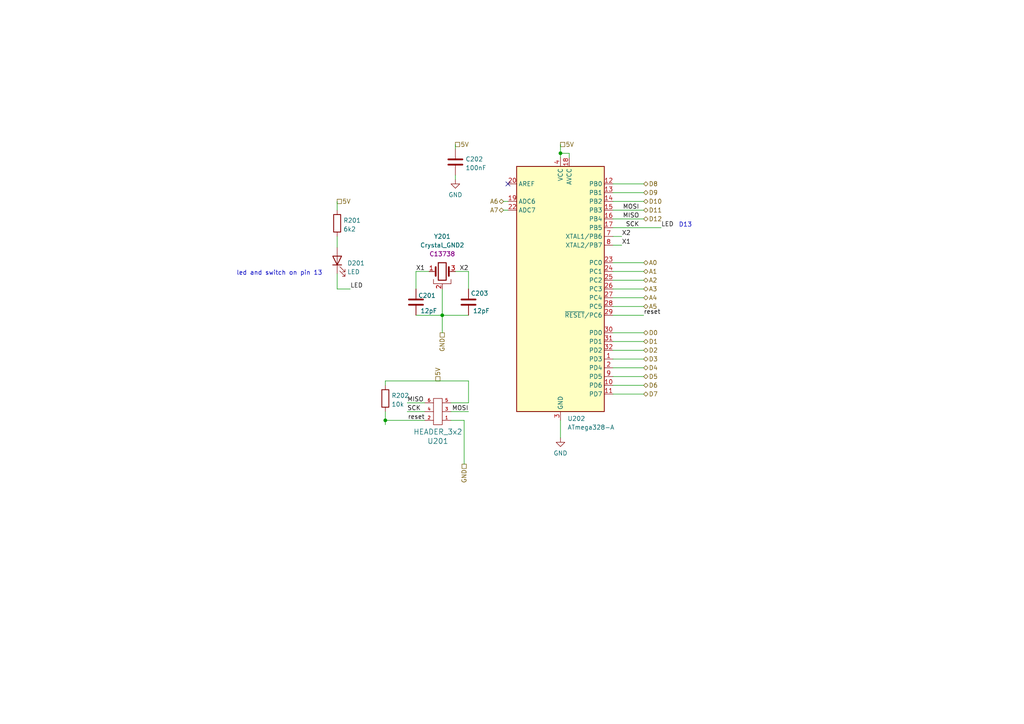
<source format=kicad_sch>
(kicad_sch (version 20230121) (generator eeschema)
  (paper "A4")
  (lib_symbols
    (symbol "Device:C" (pin_numbers hide) (pin_names (offset 0.254))
      (property "Reference" "C" (at 0.635 2.54 0))
      (property "Value" "C" (at 0.635 -2.54 0))
      (symbol "C_0_1"
        (polyline (pts (xy -2.032 -0.762) (xy 2.032 -0.762)) (stroke (width 0.508)))
        (polyline (pts (xy -2.032 0.762) (xy 2.032 0.762)) (stroke (width 0.508)))
      )
      (symbol "C_1_1"
        (pin passive line (at 0 3.81 270) (length 2.794) (name "~") (number "1"))
        (pin passive line (at 0 -3.81 90) (length 2.794) (name "~") (number "2"))
      )
    )
    (symbol "Device:LED" (pin_numbers hide) (pin_names (offset 1.016) hide)
      (property "Reference" "D" (at 0 2.54 0))
      (property "Value" "LED" (at 0 -2.54 0))
      (symbol "LED_0_1"
        (polyline (pts (xy -1.27 -1.27) (xy -1.27 1.27)) (stroke (width 0.254)))
        (polyline (pts (xy -1.27 0) (xy 1.27 0)))
        (polyline (pts (xy 1.27 -1.27) (xy 1.27 1.27) (xy -1.27 0) (xy 1.27 -1.27)) (stroke (width 0.254)))
        (polyline (pts (xy -3.048 -0.762) (xy -4.572 -2.286) (xy -3.81 -2.286) (xy -4.572 -2.286) (xy -4.572 -1.524)))
        (polyline (pts (xy -1.778 -0.762) (xy -3.302 -2.286) (xy -2.54 -2.286) (xy -3.302 -2.286) (xy -3.302 -1.524)))
      )
      (symbol "LED_1_1"
        (pin passive line (at -3.81 0 0) (length 2.54) (name "K") (number "1"))
        (pin passive line (at 3.81 0 180) (length 2.54) (name "A") (number "2"))
      )
    )
    (symbol "Device:R" (pin_numbers hide) (pin_names (offset 0))
      (property "Reference" "R" (at 2.032 0 90))
      (property "Value" "R" (at 0 0 90))
      (symbol "R_0_1"
        (rectangle (start -1.016 -2.54) (end 1.016 2.54) (stroke (width 0.254)))
      )
      (symbol "R_1_1"
        (pin passive line (at 0 3.81 270) (length 1.27) (name "~") (number "1"))
        (pin passive line (at 0 -3.81 90) (length 1.27) (name "~") (number "2"))
      )
    )
    (symbol "MCU_Microchip_ATmega:ATmega328-A"
      (property "Reference" "U" (at -12.7 36.83 0))
      (property "Value" "ATmega328-A" (at 2.54 -36.83 0))
      (symbol "ATmega328-A_0_1"
        (rectangle (start -12.7 -35.56) (end 12.7 35.56) (stroke (width 0.254)) (fill (type background)))
      )
      (symbol "ATmega328-A_1_1"
        (pin bidirectional line (at 15.24 -20.32 180) (length 2.54) (name "PD3") (number "1"))
        (pin bidirectional line (at 15.24 -27.94 180) (length 2.54) (name "PD6") (number "10"))
        (pin bidirectional line (at 15.24 -30.48 180) (length 2.54) (name "PD7") (number "11"))
        (pin bidirectional line (at 15.24 30.48 180) (length 2.54) (name "PB0") (number "12"))
        (pin bidirectional line (at 15.24 27.94 180) (length 2.54) (name "PB1") (number "13"))
        (pin bidirectional line (at 15.24 25.4 180) (length 2.54) (name "PB2") (number "14"))
        (pin bidirectional line (at 15.24 22.86 180) (length 2.54) (name "PB3") (number "15"))
        (pin bidirectional line (at 15.24 20.32 180) (length 2.54) (name "PB4") (number "16"))
        (pin bidirectional line (at 15.24 17.78 180) (length 2.54) (name "PB5") (number "17"))
        (pin power_in line (at 2.54 38.1 270) (length 2.54) (name "AVCC") (number "18"))
        (pin input line (at -15.24 25.4 0) (length 2.54) (name "ADC6") (number "19"))
        (pin bidirectional line (at 15.24 -22.86 180) (length 2.54) (name "PD4") (number "2"))
        (pin passive line (at -15.24 30.48 0) (length 2.54) (name "AREF") (number "20"))
        (pin passive line (at 0 -38.1 90) (length 2.54) hide (name "GND") (number "21"))
        (pin input line (at -15.24 22.86 0) (length 2.54) (name "ADC7") (number "22"))
        (pin bidirectional line (at 15.24 7.62 180) (length 2.54) (name "PC0") (number "23"))
        (pin bidirectional line (at 15.24 5.08 180) (length 2.54) (name "PC1") (number "24"))
        (pin bidirectional line (at 15.24 2.54 180) (length 2.54) (name "PC2") (number "25"))
        (pin bidirectional line (at 15.24 0 180) (length 2.54) (name "PC3") (number "26"))
        (pin bidirectional line (at 15.24 -2.54 180) (length 2.54) (name "PC4") (number "27"))
        (pin bidirectional line (at 15.24 -5.08 180) (length 2.54) (name "PC5") (number "28"))
        (pin bidirectional line (at 15.24 -7.62 180) (length 2.54) (name "~{RESET}/PC6") (number "29"))
        (pin power_in line (at 0 -38.1 90) (length 2.54) (name "GND") (number "3"))
        (pin bidirectional line (at 15.24 -12.7 180) (length 2.54) (name "PD0") (number "30"))
        (pin bidirectional line (at 15.24 -15.24 180) (length 2.54) (name "PD1") (number "31"))
        (pin bidirectional line (at 15.24 -17.78 180) (length 2.54) (name "PD2") (number "32"))
        (pin power_in line (at 0 38.1 270) (length 2.54) (name "VCC") (number "4"))
        (pin passive line (at 0 -38.1 90) (length 2.54) hide (name "GND") (number "5"))
        (pin passive line (at 0 38.1 270) (length 2.54) hide (name "VCC") (number "6"))
        (pin bidirectional line (at 15.24 15.24 180) (length 2.54) (name "XTAL1/PB6") (number "7"))
        (pin bidirectional line (at 15.24 12.7 180) (length 2.54) (name "XTAL2/PB7") (number "8"))
        (pin bidirectional line (at 15.24 -25.4 180) (length 2.54) (name "PD5") (number "9"))
      )
    )
    (symbol "custom_kicad_lib_sk:crystal_arduino" (pin_names (offset 1.016) hide)
      (property "Reference" "Y" (at 0 5.715 0))
      (property "Value" "Crystal_GND2" (at 0 3.81 0))
      (property "JLCPCB Part#" "C13738" (at 0 0 0))
      (symbol "crystal_arduino_0_1"
        (rectangle (start -1.143 2.54) (end 1.143 -2.54) (stroke (width 0.3048)))
        (polyline (pts (xy -2.54 0) (xy -1.905 0)))
        (polyline (pts (xy -1.905 -1.27) (xy -1.905 1.27)) (stroke (width 0.508)))
        (polyline (pts (xy 0 -3.81) (xy 0 -3.556)))
        (polyline (pts (xy 1.905 0) (xy 2.54 0)))
        (polyline (pts (xy 1.905 1.27) (xy 1.905 -1.27)) (stroke (width 0.508)))
        (polyline (pts (xy -2.54 -2.286) (xy -2.54 -3.556) (xy 2.54 -3.556) (xy 2.54 -2.286)))
      )
      (symbol "crystal_arduino_1_1"
        (pin passive line (at -3.81 0 0) (length 1.27) (name "1") (number "1"))
        (pin passive line (at 0 -5.08 90) (length 1.27) (name "GND") (number "2"))
        (pin passive line (at 3.81 0 180) (length 1.27) (name "3") (number "3"))
        (pin passive line (at 0 -5.08 90) (length 1.27) hide (name "GND") (number "4"))
      )
    )
    (symbol "power:GND" (power) (pin_names (offset 0))
      (property "Value" "GND" (at 0 -3.81 0))
      (symbol "GND_0_1"
        (polyline (pts (xy 0 0) (xy 0 -1.27) (xy 1.27 -1.27) (xy 0 -2.54) (xy -1.27 -1.27) (xy 0 -1.27)))
      )
      (symbol "GND_1_1"
        (pin power_in line (at 0 0 270) (length 0) hide (name "GND") (number "1"))
      )
    )
    (symbol "servoDriverSMD-rescue:HEADER_3x2-w_connectors" (pin_names (offset 0))
      (property "Reference" "J" (at 0 5.08 0))
      (property "Value" "HEADER_3x2-w_connectors" (at 0 -5.08 0))
      (symbol "HEADER_3x2-w_connectors_0_1"
        (rectangle (start 1.27 3.81) (end -1.27 -3.81))
      )
      (symbol "HEADER_3x2-w_connectors_1_1"
        (pin passive line (at -3.81 2.54 0) (length 2.54) (name "~") (number "1"))
        (pin passive line (at 3.81 2.54 180) (length 2.54) (name "~") (number "2"))
        (pin passive line (at -3.81 0 0) (length 2.54) (name "~") (number "3"))
        (pin passive line (at 3.81 0 180) (length 2.54) (name "~") (number "4"))
        (pin passive line (at -3.81 -2.54 0) (length 2.54) (name "~") (number "5"))
        (pin passive line (at 3.81 -2.54 180) (length 2.54) (name "~") (number "6"))
      )
    )
  )
  (junction (at 111.76 121.92))
  (junction (at 162.56 44.45))
  (junction (at 128.27 91.44))
  (no_connect (at 147.32 53.34))
  (wire (pts (xy 162.56 44.45) (xy 162.56 45.72)))
  (wire (pts (xy 120.65 78.74) (xy 120.65 83.82)))
  (wire (pts (xy 128.27 91.44) (xy 135.89 91.44)))
  (wire (pts (xy 130.81 116.84) (xy 135.89 116.84)))
  (wire (pts (xy 134.62 121.92) (xy 130.81 121.92)))
  (wire (pts (xy 165.1 44.45) (xy 162.56 44.45)))
  (wire (pts (xy 177.8 86.36) (xy 186.69 86.36)))
  (wire (pts (xy 177.8 111.76) (xy 186.69 111.76)))
  (wire (pts (xy 134.62 121.92) (xy 134.62 134.62)))
  (wire (pts (xy 123.19 119.38) (xy 118.11 119.38)))
  (wire (pts (xy 124.46 78.74) (xy 120.65 78.74)))
  (wire (pts (xy 177.8 76.2) (xy 186.69 76.2)))
  (wire (pts (xy 111.76 121.92) (xy 123.19 121.92)))
  (wire (pts (xy 177.8 88.9) (xy 186.69 88.9)))
  (wire (pts (xy 111.76 110.49) (xy 135.89 110.49)))
  (wire (pts (xy 97.79 79.375) (xy 97.79 83.82)))
  (wire (pts (xy 177.8 91.44) (xy 186.69 91.44)))
  (wire (pts (xy 135.89 116.84) (xy 135.89 110.49)))
  (wire (pts (xy 177.8 71.12) (xy 180.34 71.12)))
  (wire (pts (xy 162.56 121.92) (xy 162.56 127)))
  (wire (pts (xy 177.8 109.22) (xy 186.69 109.22)))
  (wire (pts (xy 146.05 58.42) (xy 147.32 58.42)))
  (wire (pts (xy 111.76 119.38) (xy 111.76 121.92)))
  (wire (pts (xy 130.81 119.38) (xy 135.89 119.38)))
  (wire (pts (xy 111.76 123.19) (xy 111.76 121.92)))
  (wire (pts (xy 177.8 83.82) (xy 186.69 83.82)))
  (wire (pts (xy 97.79 68.58) (xy 97.79 71.755)))
  (wire (pts (xy 128.27 83.82) (xy 128.27 91.44)))
  (wire (pts (xy 132.08 78.74) (xy 135.89 78.74)))
  (wire (pts (xy 146.05 60.96) (xy 147.32 60.96)))
  (wire (pts (xy 162.56 41.91) (xy 162.56 44.45)))
  (wire (pts (xy 177.8 68.58) (xy 180.34 68.58)))
  (wire (pts (xy 177.8 114.3) (xy 186.69 114.3)))
  (wire (pts (xy 135.89 78.74) (xy 135.89 83.82)))
  (wire (pts (xy 118.11 116.84) (xy 123.19 116.84)))
  (wire (pts (xy 97.79 58.42) (xy 97.79 60.96)))
  (wire (pts (xy 132.08 50.8) (xy 132.08 52.07)))
  (wire (pts (xy 177.8 60.96) (xy 186.69 60.96)))
  (wire (pts (xy 111.76 110.49) (xy 111.76 111.76)))
  (wire (pts (xy 101.6 83.82) (xy 97.79 83.82)))
  (wire (pts (xy 177.8 81.28) (xy 186.69 81.28)))
  (wire (pts (xy 177.8 55.88) (xy 186.69 55.88)))
  (wire (pts (xy 177.8 99.06) (xy 186.69 99.06)))
  (wire (pts (xy 120.65 91.44) (xy 128.27 91.44)))
  (wire (pts (xy 132.08 41.91) (xy 132.08 43.18)))
  (wire (pts (xy 177.8 96.52) (xy 186.69 96.52)))
  (wire (pts (xy 177.8 101.6) (xy 186.69 101.6)))
  (wire (pts (xy 128.27 91.44) (xy 128.27 96.52)))
  (wire (pts (xy 177.8 66.04) (xy 191.77 66.04)))
  (wire (pts (xy 165.1 45.72) (xy 165.1 44.45)))
  (wire (pts (xy 177.8 63.5) (xy 186.69 63.5)))
  (wire (pts (xy 177.8 53.34) (xy 186.69 53.34)))
  (wire (pts (xy 177.8 106.68) (xy 186.69 106.68)))
  (wire (pts (xy 177.8 78.74) (xy 186.69 78.74)))
  (wire (pts (xy 177.8 104.14) (xy 186.69 104.14)))
  (wire (pts (xy 177.8 58.42) (xy 186.69 58.42)))
  (text "led and switch on pin 13" (at 68.58 80.01 0) (effects (font (size 1.27 1.27)) (justify left bottom)))
  (text "D13" (at 196.85 66.04 0) (effects (font (size 1.27 1.27)) (justify left bottom)))
  (label "SCK" (at 118.11 119.38 0))
  (label "reset" (at 186.69 91.44 0))
  (label "X1" (at 120.65 78.74 0))
  (label "X2" (at 180.34 68.58 0))
  (label "MISO" (at 118.11 116.84 0))
  (label "MOSI" (at 185.42 60.96 180))
  (label "reset" (at 123.19 121.92 180))
  (label "LED" (at 191.77 66.04 0))
  (label "X1" (at 180.34 71.12 0))
  (label "SCK" (at 185.42 66.04 180))
  (label "MISO" (at 185.42 63.5 180))
  (label "LED" (at 101.6 83.82 0))
  (label "MOSI" (at 135.89 119.38 180))
  (label "X2" (at 135.89 78.74 180))
  (hierarchical_label "A7" (shape bidirectional) (at 146.05 60.96 180))
  (hierarchical_label "A0" (shape bidirectional) (at 186.69 76.2 0))
  (hierarchical_label "D9" (shape bidirectional) (at 186.69 55.88 0))
  (hierarchical_label "D12" (shape bidirectional) (at 186.69 63.5 0))
  (hierarchical_label "D7" (shape bidirectional) (at 186.69 114.3 0))
  (hierarchical_label "A3" (shape bidirectional) (at 186.69 83.82 0))
  (hierarchical_label "5V" (shape passive) (at 162.56 41.91 0))
  (hierarchical_label "5V" (shape passive) (at 132.08 41.91 0))
  (hierarchical_label "A6" (shape bidirectional) (at 146.05 58.42 180))
  (hierarchical_label "D6" (shape bidirectional) (at 186.69 111.76 0))
  (hierarchical_label "A5" (shape bidirectional) (at 186.69 88.9 0))
  (hierarchical_label "A1" (shape bidirectional) (at 186.69 78.74 0))
  (hierarchical_label "D11" (shape bidirectional) (at 186.69 60.96 0))
  (hierarchical_label "A4" (shape bidirectional) (at 186.69 86.36 0))
  (hierarchical_label "D8" (shape bidirectional) (at 186.69 53.34 0))
  (hierarchical_label "D1" (shape bidirectional) (at 186.69 99.06 0))
  (hierarchical_label "5V" (shape passive) (at 127 110.49 90))
  (hierarchical_label "D3" (shape bidirectional) (at 186.69 104.14 0))
  (hierarchical_label "GND" (shape passive) (at 134.62 134.62 270))
  (hierarchical_label "D10" (shape bidirectional) (at 186.69 58.42 0))
  (hierarchical_label "D0" (shape bidirectional) (at 186.69 96.52 0))
  (hierarchical_label "D2" (shape bidirectional) (at 186.69 101.6 0))
  (hierarchical_label "D4" (shape bidirectional) (at 186.69 106.68 0))
  (hierarchical_label "GND" (shape passive) (at 128.27 96.52 270))
  (hierarchical_label "D5" (shape bidirectional) (at 186.69 109.22 0))
  (hierarchical_label "5V" (shape passive) (at 97.79 58.42 0))
  (hierarchical_label "A2" (shape bidirectional) (at 186.69 81.28 0))
  (symbol (lib_id "custom_kicad_lib_sk:crystal_arduino") (at 128.27 78.74 0) (unit 1)
    (property "Reference" "Y201" (at 128.27 68.58 0))
    (property "Value" "Crystal_GND2" (at 128.27 71.12 0))
    (property "Footprint" "custom_kicad_lib_sk:crystal_arduino" (effects hide))
    (property "JLCPCB Part#" "C13738" (at 128.27 73.66 0))
    (instances (project "relayManager" (path "" (reference "Y201") (unit 1))) (project "general_schematics" (path "" (reference "Y4") (unit 1)) (path "" (reference "Y2") (unit 1))))
  )
  (symbol (lib_id "Device:C") (at 135.89 87.63 180) (unit 1)
    (property "Reference" "C203" (at 136.525 85.09 0) (effects (justify right)))
    (property "Value" "12pF" (at 137.16 90.17 0) (effects (justify right)))
    (property "Footprint" "Capacitor_SMD:C_0805_2012Metric_Pad1.18x1.45mm_HandSolder" (effects hide))
    (property "JLCPCB Part#" "C1792" (effects hide))
    (instances (project "relayManager" (path "" (reference "C203") (unit 1))) (project "general_schematics" (path "" (reference "C29") (unit 1)) (path "" (reference "C41") (unit 1))))
  )
  (symbol (lib_id "Device:R") (at 97.79 64.77 0) (unit 1)
    (property "Reference" "R201" (at 99.568 63.9353 0) (effects (justify left)))
    (property "Value" "6k2" (at 99.568 66.4722 0) (effects (justify left)))
    (property "Footprint" "Resistor_SMD:R_0603_1608Metric_Pad0.98x0.95mm_HandSolder" (effects hide))
    (property "JLCPCB Part#" "C4260" (effects hide))
    (instances (project "relayManager" (path "" (reference "R201") (unit 1))) (project "general_schematics" (path "" (reference "R39") (unit 1))))
  )
  (symbol (lib_id "MCU_Microchip_ATmega:ATmega328-A") (at 162.56 83.82 0) (unit 1)
    (property "Reference" "U202" (at 164.5794 121.4104 0) (effects (justify left)))
    (property "Value" "ATmega328-A" (at 164.5794 123.9473 0) (effects (justify left)))
    (property "Footprint" "Package_QFP:TQFP-32_7x7mm_P0.8mm" (effects hide))
    (property "Datasheet" "http://ww1.microchip.com/downloads/en/DeviceDoc/ATmega328_P%20AVR%20MCU%20with%20picoPower%20Technology%20Data%20Sheet%2040001984A.pdf" (effects hide))
    (property "JLCPCB Part#" "C14877" (effects hide))
    (instances (project "relayManager" (path "" (reference "U202") (unit 1))) (project "general_schematics" (path "" (reference "U16") (unit 1))))
  )
  (symbol (lib_id "power:GND") (at 132.08 52.07 0) (unit 1)
    (property "Reference" "#PWR0201" (effects hide))
    (property "Value" "GND" (at 132.08 56.5134 0))
    (instances (project "relayManager" (path "" (reference "#PWR0201") (unit 1))) (project "general_schematics" (path "" (reference "#PWR053") (unit 1))))
  )
  (symbol (lib_id "Device:C") (at 132.08 46.99 180) (unit 1)
    (property "Reference" "C202" (at 135.001 46.1553 0) (effects (justify right)))
    (property "Value" "100nF" (at 135.001 48.6922 0) (effects (justify right)))
    (property "Footprint" "Capacitor_SMD:C_0603_1608Metric_Pad1.08x0.95mm_HandSolder" (effects hide))
    (property "JLCPCB Part#" "C14663" (effects hide))
    (instances (project "relayManager" (path "" (reference "C202") (unit 1))) (project "general_schematics" (path "" (reference "C13") (unit 1))))
  )
  (symbol (lib_id "Device:C") (at 120.65 87.63 180) (unit 1)
    (property "Reference" "C201" (at 121.285 85.725 0) (effects (justify right)))
    (property "Value" "12pF" (at 121.92 90.17 0) (effects (justify right)))
    (property "Footprint" "Capacitor_SMD:C_0805_2012Metric_Pad1.18x1.45mm_HandSolder" (effects hide))
    (instances (project "relayManager" (path "" (reference "C201") (unit 1))) (project "general_schematics" (path "" (reference "C28") (unit 1)) (path "" (reference "C40") (unit 1))))
  )
  (symbol (lib_id "power:GND") (at 162.56 127 0) (unit 1)
    (property "Reference" "#PWR0202" (effects hide))
    (property "Value" "GND" (at 162.56 131.4434 0))
    (instances (project "relayManager" (path "" (reference "#PWR0202") (unit 1))) (project "general_schematics" (path "" (reference "#PWR054") (unit 1))))
  )
  (symbol (lib_id "Device:LED") (at 97.79 75.565 90) (unit 1)
    (property "Reference" "D201" (at 100.711 76.3178 90) (effects (justify right)))
    (property "Value" "LED" (at 100.711 78.8547 90) (effects (justify right)))
    (property "Footprint" "LED_SMD:LED_0805_2012Metric_Pad1.15x1.40mm_HandSolder" (effects hide))
    (property "JLCPCB Part#" "C84256" (effects hide))
    (instances (project "relayManager" (path "" (reference "D201") (unit 1))) (project "general_schematics" (path "" (reference "D28") (unit 1))))
  )
  (symbol (lib_id "servoDriverSMD-rescue:HEADER_3x2-w_connectors") (at 127 119.38 180) (unit 1)
    (property "Reference" "U201" (at 127 127.9398 0) (effects (font (size 1.524 1.524))))
    (property "Value" "HEADER_3x2" (at 127 125.2474 0) (effects (font (size 1.524 1.524))))
    (property "Footprint" "Connector_PinSocket_1.27mm:PinSocket_2x03_P1.27mm_Vertical" (effects hide))
    (instances (project "relayManager" (path "" (reference "U201") (unit 1))) (project "general_schematics" (path "" (reference "U17") (unit 1))))
  )
  (symbol (lib_id "Device:R") (at 111.76 115.57 0) (unit 1)
    (property "Reference" "R202" (at 113.538 114.7353 0) (effects (justify left)))
    (property "Value" "10k" (at 113.538 117.2722 0) (effects (justify left)))
    (property "Footprint" "Resistor_SMD:R_0402_1005Metric_Pad0.72x0.64mm_HandSolder" (effects hide))
    (property "JLCPCB Part#" "C25744" (effects hide))
    (instances (project "relayManager" (path "" (reference "R202") (unit 1))) (project "general_schematics" (path "" (reference "R40") (unit 1))))
  )
)
</source>
